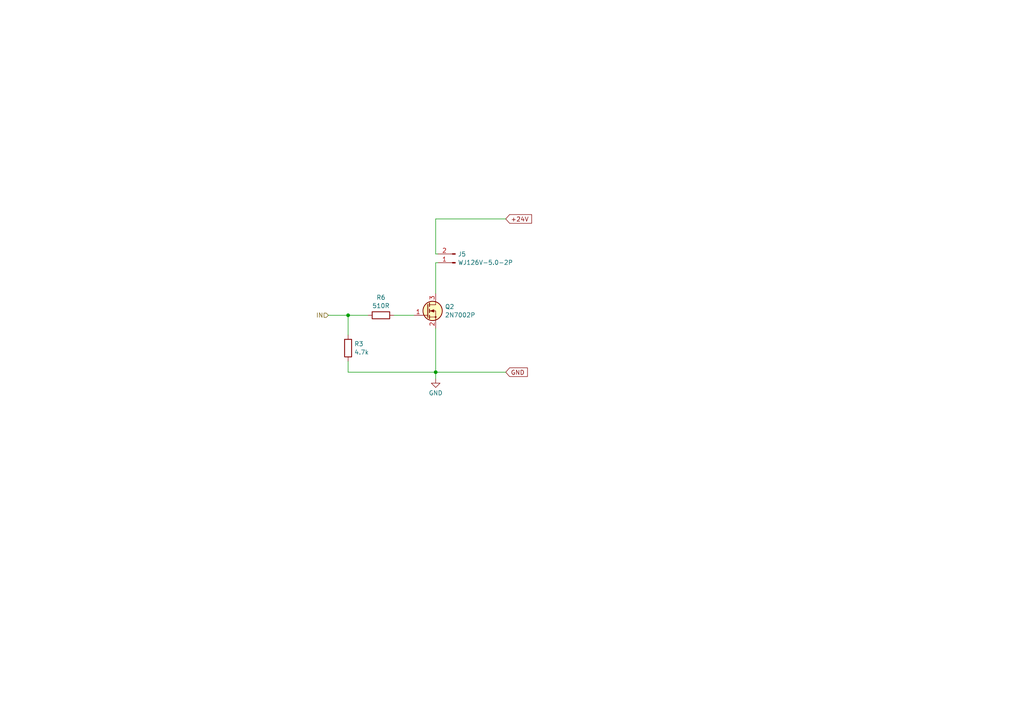
<source format=kicad_sch>
(kicad_sch (version 20230121) (generator eeschema)
  (paper "A4")
  (lib_symbols
    (symbol "Connector:Conn_01x02_Pin" (pin_names (offset 1.016) hide)
      (property "Reference" "J" (at 0 2.54 0))
      (property "Value" "Conn_01x02_Pin" (at 0 -5.08 0))
      (symbol "Conn_01x02_Pin_1_1"
        (polyline (pts (xy 1.27 -2.54) (xy 0.8636 -2.54)) (stroke (width 0.1524)))
        (polyline (pts (xy 1.27 0) (xy 0.8636 0)) (stroke (width 0.1524)))
        (rectangle (start 0.8636 -2.413) (end 0 -2.667) (stroke (width 0.1524)) (fill (type outline)))
        (rectangle (start 0.8636 0.127) (end 0 -0.127) (stroke (width 0.1524)) (fill (type outline)))
        (pin passive line (at 5.08 0 180) (length 3.81) (name "Pin_1") (number "1"))
        (pin passive line (at 5.08 -2.54 180) (length 3.81) (name "Pin_2") (number "2"))
      )
    )
    (symbol "Device:R" (pin_numbers hide) (pin_names (offset 0))
      (property "Reference" "R" (at 2.032 0 90))
      (property "Value" "R" (at 0 0 90))
      (symbol "R_0_1"
        (rectangle (start -1.016 -2.54) (end 1.016 2.54) (stroke (width 0.254)))
      )
      (symbol "R_1_1"
        (pin passive line (at 0 3.81 270) (length 1.27) (name "~") (number "1"))
        (pin passive line (at 0 -3.81 90) (length 1.27) (name "~") (number "2"))
      )
    )
    (symbol "PCM_Transistor_MOSFET_AKL:2N7002P" (pin_names hide)
      (property "Reference" "Q" (at 5.08 1.27 0))
      (property "Value" "2N7002P" (at 5.08 -1.27 0))
      (symbol "2N7002P_0_1"
        (polyline (pts (xy 0.254 -1.27) (xy -2.54 -1.27)))
        (polyline (pts (xy 0.254 1.905) (xy 0.254 -1.905)) (stroke (width 0.254)))
        (polyline (pts (xy 0.762 -1.778) (xy 2.54 -1.778)))
        (polyline (pts (xy 0.762 -1.27) (xy 0.762 -2.286)) (stroke (width 0.254)))
        (polyline (pts (xy 0.762 0.508) (xy 0.762 -0.508)) (stroke (width 0.254)))
        (polyline (pts (xy 0.762 2.286) (xy 0.762 1.27)) (stroke (width 0.254)))
        (polyline (pts (xy 2.54 1.778) (xy 0.762 1.778)))
        (polyline (pts (xy 2.54 2.54) (xy 2.54 1.778)))
        (polyline (pts (xy 2.54 -2.54) (xy 2.54 0) (xy 0.762 0)))
        (polyline (pts (xy 1.016 0) (xy 2.032 0.381) (xy 2.032 -0.381) (xy 1.016 0)) (fill (type outline)))
        (circle (center 1.651 0) (radius 2.794) (stroke (width 0.254)) (fill (type background)))
        (circle (center 2.54 -1.778) (radius 0.1778) (fill (type outline)))
      )
      (symbol "2N7002P_1_1"
        (pin input line (at -3.81 -1.27 0) (length 2.54) (name "G") (number "1"))
        (pin passive line (at 2.54 -5.08 90) (length 2.54) (name "S") (number "2"))
        (pin passive line (at 2.54 5.08 270) (length 2.54) (name "D") (number "3"))
      )
    )
    (symbol "power:GND" (power) (pin_names (offset 0))
      (property "Value" "GND" (at 0 -3.81 0))
      (symbol "GND_0_1"
        (polyline (pts (xy 0 0) (xy 0 -1.27) (xy 1.27 -1.27) (xy 0 -2.54) (xy -1.27 -1.27) (xy 0 -1.27)))
      )
      (symbol "GND_1_1"
        (pin power_in line (at 0 0 270) (length 0) hide (name "GND") (number "1"))
      )
    )
  )
  (junction (at 100.965 91.44))
  (junction (at 126.365 107.95))
  (wire (pts (xy 126.365 73.66) (xy 126.365 63.5)))
  (wire (pts (xy 126.365 107.95) (xy 126.365 109.855)))
  (wire (pts (xy 95.25 91.44) (xy 100.965 91.44)))
  (wire (pts (xy 100.965 91.44) (xy 106.68 91.44)))
  (wire (pts (xy 126.365 76.2) (xy 126.365 85.09)))
  (wire (pts (xy 126.365 63.5) (xy 146.685 63.5)))
  (wire (pts (xy 114.3 91.44) (xy 120.015 91.44)))
  (wire (pts (xy 126.365 73.66) (xy 127 73.66)))
  (wire (pts (xy 100.965 91.44) (xy 100.965 97.155)))
  (wire (pts (xy 100.965 107.95) (xy 126.365 107.95)))
  (wire (pts (xy 127 76.2) (xy 126.365 76.2)))
  (wire (pts (xy 126.365 107.95) (xy 126.365 95.25)))
  (wire (pts (xy 126.365 107.95) (xy 146.685 107.95)))
  (wire (pts (xy 100.965 107.95) (xy 100.965 104.775)))
  (global_label "+24V" (shape input) (at 146.685 63.5 0) (property "Intersheetrefs" "${INTERSHEET_REFS}" (effects hide)))
  (global_label "GND" (shape input) (at 146.685 107.95 0) (property "Intersheetrefs" "${INTERSHEET_REFS}" (effects hide)))
  (hierarchical_label "IN" (shape input) (at 95.25 91.44 180))
  (symbol (lib_id "PCM_Transistor_MOSFET_AKL:2N7002P") (at 123.825 90.17 0) (unit 1)
    (property "Reference" "Q2" (at 129.032 88.9579 0) (effects (justify left)))
    (property "Value" "2N7002P" (at 129.032 91.3821 0) (effects (justify left)))
    (property "Footprint" "Package_TO_SOT_SMD_AKL:SOT-23" (effects hide))
    (property "Datasheet" "https://www.tme.eu/Document/fda24b70d66290936384ff869f03745e/2N7002P.pdf" (effects hide))
    (instances (project "uhc-24-8" (path "" (reference "Q2") (unit 1)) (path "" (reference "Q4") (unit 1)) (path "" (reference "Q6") (unit 1)) (path "" (reference "Q8") (unit 1)) (path "" (reference "Q1") (unit 1)) (path "" (reference "Q3") (unit 1)) (path "" (reference "Q5") (unit 1)) (path "" (reference "Q7") (unit 1))))
  )
  (symbol (lib_id "power:GND") (at 126.365 109.855 0) (unit 1)
    (property "Reference" "#PWR010" (effects hide))
    (property "Value" "GND" (at 126.365 113.9881 0))
    (instances (project "uhc-24-8" (path "" (reference "#PWR010") (unit 1)) (path "" (reference "#PWR011") (unit 1)) (path "" (reference "#PWR012") (unit 1)) (path "" (reference "#PWR013") (unit 1)) (path "" (reference "#PWR014") (unit 1)) (path "" (reference "#PWR015") (unit 1)) (path "" (reference "#PWR016") (unit 1)) (path "" (reference "#PWR017") (unit 1))))
  )
  (symbol (lib_id "Device:R") (at 110.49 91.44 90) (unit 1)
    (property "Reference" "R6" (at 110.49 86.2797 90))
    (property "Value" "510R" (at 110.49 88.7039 90))
    (property "Footprint" "Resistor_SMD:R_0805_2012Metric" (effects hide))
    (instances (project "uhc-24-8" (path "" (reference "R6") (unit 1)) (path "" (reference "R10") (unit 1)) (path "" (reference "R14") (unit 1)) (path "" (reference "R18") (unit 1)) (path "" (reference "R4") (unit 1)) (path "" (reference "R8") (unit 1)) (path "" (reference "R12") (unit 1)) (path "" (reference "R16") (unit 1))))
  )
  (symbol (lib_id "Connector:Conn_01x02_Pin") (at 132.08 76.2 180) (unit 1)
    (property "Reference" "J5" (at 132.7912 73.7179 0) (effects (justify right)))
    (property "Value" "WJ126V-5.0-2P" (at 132.7912 76.1421 0) (effects (justify right)))
    (property "Footprint" "My Footprints:WJ500V-5.08-2P" (effects hide))
    (instances (project "uhc-24-8" (path "" (reference "J5") (unit 1)) (path "" (reference "J7") (unit 1)) (path "" (reference "J9") (unit 1)) (path "" (reference "J11") (unit 1)) (path "" (reference "J4") (unit 1)) (path "" (reference "J6") (unit 1)) (path "" (reference "J8") (unit 1)) (path "" (reference "J10") (unit 1))))
  )
  (symbol (lib_id "Device:R") (at 100.965 100.965 180) (unit 1)
    (property "Reference" "R3" (at 102.743 99.7529 0) (effects (justify right)))
    (property "Value" "4.7k" (at 102.743 102.1771 0) (effects (justify right)))
    (property "Footprint" "Resistor_SMD:R_0805_2012Metric" (effects hide))
    (instances (project "uhc-24-8" (path "" (reference "R3") (unit 1)) (path "" (reference "R5") (unit 1)) (path "" (reference "R9") (unit 1)) (path "" (reference "R13") (unit 1)) (path "" (reference "R17") (unit 1)) (path "" (reference "R7") (unit 1)) (path "" (reference "R11") (unit 1)) (path "" (reference "R15") (unit 1))))
  )
)
</source>
